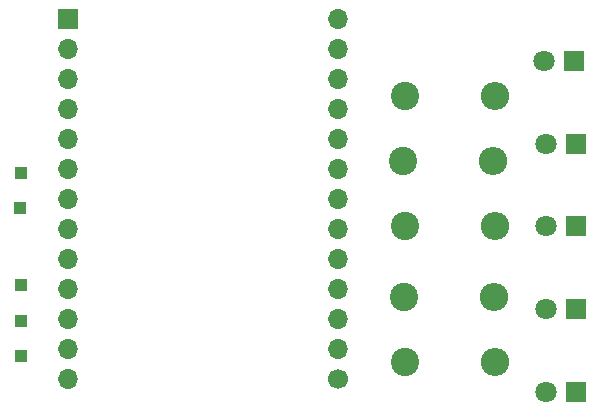
<source format=gbr>
%TF.GenerationSoftware,KiCad,Pcbnew,6.0.4-6f826c9f35~116~ubuntu20.04.1*%
%TF.CreationDate,2022-04-29T17:40:21+02:00*%
%TF.ProjectId,wlap,776c6170-2e6b-4696-9361-645f70636258,rev?*%
%TF.SameCoordinates,Original*%
%TF.FileFunction,Copper,L2,Bot*%
%TF.FilePolarity,Positive*%
%FSLAX46Y46*%
G04 Gerber Fmt 4.6, Leading zero omitted, Abs format (unit mm)*
G04 Created by KiCad (PCBNEW 6.0.4-6f826c9f35~116~ubuntu20.04.1) date 2022-04-29 17:40:21*
%MOMM*%
%LPD*%
G01*
G04 APERTURE LIST*
%TA.AperFunction,ComponentPad*%
%ADD10C,2.400000*%
%TD*%
%TA.AperFunction,ComponentPad*%
%ADD11O,2.400000X2.400000*%
%TD*%
%TA.AperFunction,ComponentPad*%
%ADD12R,1.800000X1.800000*%
%TD*%
%TA.AperFunction,ComponentPad*%
%ADD13C,1.800000*%
%TD*%
%TA.AperFunction,ComponentPad*%
%ADD14R,1.000000X1.000000*%
%TD*%
%TA.AperFunction,ComponentPad*%
%ADD15R,1.700000X1.700000*%
%TD*%
%TA.AperFunction,ComponentPad*%
%ADD16O,1.700000X1.700000*%
%TD*%
%TA.AperFunction,ComponentPad*%
%ADD17C,1.700000*%
%TD*%
G04 APERTURE END LIST*
D10*
%TO.P,R5,1*%
%TO.N,Net-(R5-Pad1)*%
X105500000Y-101500000D03*
D11*
%TO.P,R5,2*%
%TO.N,Net-(D5-Pad2)*%
X113120000Y-101500000D03*
%TD*%
D12*
%TO.P,D1,1,K*%
%TO.N,Net-(D1-Pad1)*%
X119775000Y-76000000D03*
D13*
%TO.P,D1,2,A*%
%TO.N,Net-(D1-Pad2)*%
X117235000Y-76000000D03*
%TD*%
D12*
%TO.P,D4,1,K*%
%TO.N,Net-(D1-Pad1)*%
X120000000Y-97000000D03*
D13*
%TO.P,D4,2,A*%
%TO.N,Net-(D4-Pad2)*%
X117460000Y-97000000D03*
%TD*%
D14*
%TO.P,J3,1,Pin_1*%
%TO.N,Net-(J3-Pad1)*%
X72925000Y-88500000D03*
%TD*%
%TO.P,J2,1,Pin_1*%
%TO.N,Net-(J2-Pad1)*%
X73000000Y-85500000D03*
%TD*%
D10*
%TO.P,R2,1*%
%TO.N,Net-(R2-Pad1)*%
X105340000Y-84500000D03*
D11*
%TO.P,R2,2*%
%TO.N,Net-(D2-Pad2)*%
X112960000Y-84500000D03*
%TD*%
D14*
%TO.P,J5,1,Pin_1*%
%TO.N,Net-(J5-Pad1)*%
X73000000Y-101000000D03*
%TD*%
D10*
%TO.P,R3,1*%
%TO.N,Net-(R3-Pad1)*%
X105500000Y-90000000D03*
D11*
%TO.P,R3,2*%
%TO.N,Net-(D3-Pad2)*%
X113120000Y-90000000D03*
%TD*%
D14*
%TO.P,J4,1,Pin_1*%
%TO.N,Net-(J4-Pad1)*%
X73000000Y-95000000D03*
%TD*%
D15*
%TO.P,U1,1,VP*%
%TO.N,unconnected-(U1-Pad1)*%
X77000000Y-72500000D03*
D16*
%TO.P,U1,2,VN*%
%TO.N,unconnected-(U1-Pad2)*%
X77000000Y-75040000D03*
%TO.P,U1,3,EN*%
%TO.N,unconnected-(U1-Pad3)*%
X77000000Y-77580000D03*
%TO.P,U1,4,34*%
%TO.N,unconnected-(U1-Pad4)*%
X77000000Y-80120000D03*
%TO.P,U1,5,35*%
%TO.N,unconnected-(U1-Pad5)*%
X77000000Y-82660000D03*
%TO.P,U1,6,32*%
%TO.N,Net-(J2-Pad1)*%
X77000000Y-85200000D03*
%TO.P,U1,7,33*%
%TO.N,Net-(J3-Pad1)*%
X77000000Y-87740000D03*
%TO.P,U1,8,25*%
%TO.N,unconnected-(U1-Pad8)*%
X77000000Y-90280000D03*
%TO.P,U1,9,26*%
%TO.N,unconnected-(U1-Pad9)*%
X77000000Y-92820000D03*
%TO.P,U1,10,27*%
%TO.N,Net-(J4-Pad1)*%
X77000000Y-95360000D03*
%TO.P,U1,11,14*%
%TO.N,Net-(J1-Pad1)*%
X77000000Y-97900000D03*
%TO.P,U1,12,12*%
%TO.N,Net-(J5-Pad1)*%
X77000000Y-100440000D03*
%TO.P,U1,13,GND*%
%TO.N,Net-(D1-Pad1)*%
X77000000Y-102980000D03*
D17*
%TO.P,U1,14,13*%
%TO.N,unconnected-(U1-Pad14)*%
X99860000Y-102980000D03*
D16*
%TO.P,U1,15,15*%
%TO.N,unconnected-(U1-Pad15)*%
X99860000Y-100440000D03*
%TO.P,U1,16,2*%
%TO.N,unconnected-(U1-Pad16)*%
X99860000Y-97900000D03*
%TO.P,U1,17,0*%
%TO.N,unconnected-(U1-Pad17)*%
X99860000Y-95360000D03*
%TO.P,U1,18,4*%
%TO.N,unconnected-(U1-Pad18)*%
X99860000Y-92820000D03*
%TO.P,U1,19,16*%
%TO.N,Net-(R5-Pad1)*%
X99860000Y-90280000D03*
%TO.P,U1,20,17*%
%TO.N,Net-(R4-Pad1)*%
X99860000Y-87740000D03*
%TO.P,U1,21,5*%
%TO.N,Net-(R3-Pad1)*%
X99860000Y-85200000D03*
%TO.P,U1,22,18*%
%TO.N,Net-(R2-Pad1)*%
X99860000Y-82660000D03*
%TO.P,U1,23,23*%
%TO.N,Net-(R1-Pad1)*%
X99860000Y-80120000D03*
%TO.P,U1,24,19*%
%TO.N,unconnected-(U1-Pad24)*%
X99860000Y-77580000D03*
%TO.P,U1,25,22*%
%TO.N,unconnected-(U1-Pad25)*%
X99860000Y-75040000D03*
%TO.P,U1,26,3v3*%
%TO.N,unconnected-(U1-Pad26)*%
X99860000Y-72500000D03*
%TD*%
D12*
%TO.P,D3,1,K*%
%TO.N,Net-(D1-Pad1)*%
X120000000Y-90000000D03*
D13*
%TO.P,D3,2,A*%
%TO.N,Net-(D3-Pad2)*%
X117460000Y-90000000D03*
%TD*%
D12*
%TO.P,D2,1,K*%
%TO.N,Net-(D1-Pad1)*%
X120000000Y-83000000D03*
D13*
%TO.P,D2,2,A*%
%TO.N,Net-(D2-Pad2)*%
X117460000Y-83000000D03*
%TD*%
D10*
%TO.P,R1,1*%
%TO.N,Net-(R1-Pad1)*%
X105500000Y-79000000D03*
D11*
%TO.P,R1,2*%
%TO.N,Net-(D1-Pad2)*%
X113120000Y-79000000D03*
%TD*%
D10*
%TO.P,R4,1*%
%TO.N,Net-(R4-Pad1)*%
X105380000Y-96000000D03*
D11*
%TO.P,R4,2*%
%TO.N,Net-(D4-Pad2)*%
X113000000Y-96000000D03*
%TD*%
D14*
%TO.P,J1,1,Pin_1*%
%TO.N,Net-(J1-Pad1)*%
X73000000Y-98000000D03*
%TD*%
D12*
%TO.P,D5,1,K*%
%TO.N,Net-(D1-Pad1)*%
X120000000Y-104000000D03*
D13*
%TO.P,D5,2,A*%
%TO.N,Net-(D5-Pad2)*%
X117460000Y-104000000D03*
%TD*%
M02*

</source>
